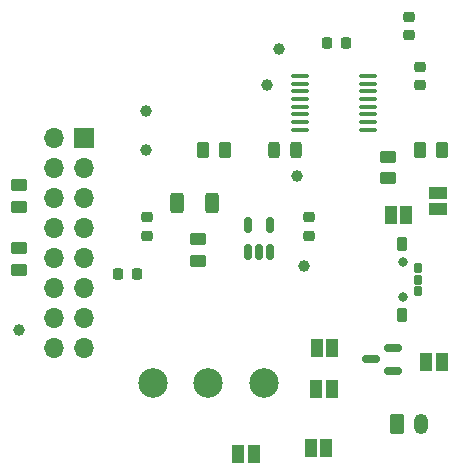
<source format=gbr>
%TF.GenerationSoftware,KiCad,Pcbnew,(6.0.4-0)*%
%TF.CreationDate,2024-03-24T20:00:40+02:00*%
%TF.ProjectId,Project_PCB_v1,50726f6a-6563-4745-9f50-43425f76312e,rev?*%
%TF.SameCoordinates,Original*%
%TF.FileFunction,Soldermask,Top*%
%TF.FilePolarity,Negative*%
%FSLAX46Y46*%
G04 Gerber Fmt 4.6, Leading zero omitted, Abs format (unit mm)*
G04 Created by KiCad (PCBNEW (6.0.4-0)) date 2024-03-24 20:00:40*
%MOMM*%
%LPD*%
G01*
G04 APERTURE LIST*
G04 Aperture macros list*
%AMRoundRect*
0 Rectangle with rounded corners*
0 $1 Rounding radius*
0 $2 $3 $4 $5 $6 $7 $8 $9 X,Y pos of 4 corners*
0 Add a 4 corners polygon primitive as box body*
4,1,4,$2,$3,$4,$5,$6,$7,$8,$9,$2,$3,0*
0 Add four circle primitives for the rounded corners*
1,1,$1+$1,$2,$3*
1,1,$1+$1,$4,$5*
1,1,$1+$1,$6,$7*
1,1,$1+$1,$8,$9*
0 Add four rect primitives between the rounded corners*
20,1,$1+$1,$2,$3,$4,$5,0*
20,1,$1+$1,$4,$5,$6,$7,0*
20,1,$1+$1,$6,$7,$8,$9,0*
20,1,$1+$1,$8,$9,$2,$3,0*%
G04 Aperture macros list end*
%ADD10C,2.500000*%
%ADD11RoundRect,0.243750X0.243750X0.456250X-0.243750X0.456250X-0.243750X-0.456250X0.243750X-0.456250X0*%
%ADD12RoundRect,0.225000X0.250000X-0.225000X0.250000X0.225000X-0.250000X0.225000X-0.250000X-0.225000X0*%
%ADD13RoundRect,0.218750X0.218750X0.256250X-0.218750X0.256250X-0.218750X-0.256250X0.218750X-0.256250X0*%
%ADD14RoundRect,0.250000X0.450000X-0.262500X0.450000X0.262500X-0.450000X0.262500X-0.450000X-0.262500X0*%
%ADD15RoundRect,0.250000X0.312500X0.625000X-0.312500X0.625000X-0.312500X-0.625000X0.312500X-0.625000X0*%
%ADD16RoundRect,0.250000X-0.262500X-0.450000X0.262500X-0.450000X0.262500X0.450000X-0.262500X0.450000X0*%
%ADD17RoundRect,0.150000X0.587500X0.150000X-0.587500X0.150000X-0.587500X-0.150000X0.587500X-0.150000X0*%
%ADD18R,1.700000X1.700000*%
%ADD19O,1.700000X1.700000*%
%ADD20R,1.000000X1.500000*%
%ADD21RoundRect,0.250000X-0.350000X-0.625000X0.350000X-0.625000X0.350000X0.625000X-0.350000X0.625000X0*%
%ADD22O,1.200000X1.750000*%
%ADD23RoundRect,0.250000X0.262500X0.450000X-0.262500X0.450000X-0.262500X-0.450000X0.262500X-0.450000X0*%
%ADD24C,1.000000*%
%ADD25R,1.500000X1.000000*%
%ADD26RoundRect,0.250000X-0.450000X0.262500X-0.450000X-0.262500X0.450000X-0.262500X0.450000X0.262500X0*%
%ADD27RoundRect,0.225000X-0.250000X0.225000X-0.250000X-0.225000X0.250000X-0.225000X0.250000X0.225000X0*%
%ADD28C,0.800000*%
%ADD29RoundRect,0.102000X-0.255000X0.300000X-0.255000X-0.300000X0.255000X-0.300000X0.255000X0.300000X0*%
%ADD30RoundRect,0.102000X-0.350000X0.450000X-0.350000X-0.450000X0.350000X-0.450000X0.350000X0.450000X0*%
%ADD31RoundRect,0.150000X0.150000X-0.512500X0.150000X0.512500X-0.150000X0.512500X-0.150000X-0.512500X0*%
%ADD32RoundRect,0.100000X-0.637500X-0.100000X0.637500X-0.100000X0.637500X0.100000X-0.637500X0.100000X0*%
%ADD33RoundRect,0.225000X-0.225000X-0.250000X0.225000X-0.250000X0.225000X0.250000X-0.225000X0.250000X0*%
G04 APERTURE END LIST*
D10*
%TO.C,U1*%
X108700025Y-95000000D03*
X104000000Y-95000000D03*
X99299975Y-95000000D03*
%TD*%
D11*
%TO.C,Fault1*%
X111437500Y-75250000D03*
X109562500Y-75250000D03*
%TD*%
D12*
%TO.C,C_Vm1*%
X120965000Y-65525000D03*
X120965000Y-63975000D03*
%TD*%
D13*
%TO.C,D_Stat1*%
X97934641Y-85750000D03*
X96359641Y-85750000D03*
%TD*%
D14*
%TO.C,R_S2*%
X119215000Y-77662500D03*
X119215000Y-75837500D03*
%TD*%
D15*
%TO.C,R_Prog1*%
X104295359Y-79750000D03*
X101370359Y-79750000D03*
%TD*%
D16*
%TO.C,R_Fault1*%
X103587500Y-75250000D03*
X105412500Y-75250000D03*
%TD*%
D17*
%TO.C,Q1*%
X119687500Y-93950000D03*
X119687500Y-92050000D03*
X117812500Y-93000000D03*
%TD*%
D18*
%TO.C,PinCon1*%
X93500000Y-74250000D03*
D19*
X90960000Y-74250000D03*
X93500000Y-76790000D03*
X90960000Y-76790000D03*
X93500000Y-79330000D03*
X90960000Y-79330000D03*
X93500000Y-81870000D03*
X90960000Y-81870000D03*
X93500000Y-84410000D03*
X90960000Y-84410000D03*
X93500000Y-86950000D03*
X90960000Y-86950000D03*
X93500000Y-89490000D03*
X90960000Y-89490000D03*
X93500000Y-92030000D03*
X90960000Y-92030000D03*
%TD*%
D20*
%TO.C,JP_SA_C1*%
X123765000Y-93250000D03*
X122465000Y-93250000D03*
%TD*%
D21*
%TO.C,J2*%
X120005000Y-98445000D03*
D22*
X122005000Y-98445000D03*
%TD*%
D23*
%TO.C,R_S1*%
X123790000Y-75250000D03*
X121965000Y-75250000D03*
%TD*%
D20*
%TO.C,JP_SA1*%
X114465000Y-95500000D03*
X113165000Y-95500000D03*
%TD*%
D24*
%TO.C,TP_En1*%
X109000000Y-69750000D03*
%TD*%
D25*
%TO.C,JP_S1*%
X123465000Y-80250000D03*
X123465000Y-78950000D03*
%TD*%
D20*
%TO.C,JP_SA_Bat1*%
X113215000Y-92000000D03*
X114515000Y-92000000D03*
%TD*%
D24*
%TO.C,TPM1A1*%
X110000000Y-66750000D03*
%TD*%
%TO.C,TPM2A1*%
X98750000Y-72000000D03*
%TD*%
D26*
%TO.C,R1*%
X88000000Y-78250000D03*
X88000000Y-80075000D03*
%TD*%
D14*
%TO.C,R_Stat1*%
X103147141Y-84662500D03*
X103147141Y-82837500D03*
%TD*%
D24*
%TO.C,TP_Charge1*%
X112147141Y-85082500D03*
%TD*%
D27*
%TO.C,C_Vcp1*%
X121965000Y-68225000D03*
X121965000Y-69775000D03*
%TD*%
D20*
%TO.C,JP_SB_Bat1*%
X114015000Y-100500000D03*
X112715000Y-100500000D03*
%TD*%
D26*
%TO.C,R2*%
X88000000Y-83587500D03*
X88000000Y-85412500D03*
%TD*%
D28*
%TO.C,SA1*%
X120500000Y-84750000D03*
X120500000Y-87750000D03*
D29*
X121780000Y-85250000D03*
X121780000Y-87250000D03*
X121780000Y-86250000D03*
D30*
X120425000Y-89250000D03*
X120425000Y-83250000D03*
%TD*%
D24*
%TO.C,TP1B1*%
X111500000Y-77500000D03*
%TD*%
D31*
%TO.C,Charge1*%
X107334641Y-83887500D03*
X108284641Y-83887500D03*
X109234641Y-83887500D03*
X109234641Y-81612500D03*
X107334641Y-81612500D03*
%TD*%
D32*
%TO.C,MD1*%
X111780000Y-69000000D03*
X111780000Y-69650000D03*
X111780000Y-70300000D03*
X111780000Y-70950000D03*
X111780000Y-71600000D03*
X111780000Y-72250000D03*
X111780000Y-72900000D03*
X111780000Y-73550000D03*
X117505000Y-73550000D03*
X117505000Y-72900000D03*
X117505000Y-72250000D03*
X117505000Y-71600000D03*
X117505000Y-70950000D03*
X117505000Y-70300000D03*
X117505000Y-69650000D03*
X117505000Y-69000000D03*
%TD*%
D12*
%TO.C,C_Batt1*%
X112500000Y-82525000D03*
X112500000Y-80975000D03*
%TD*%
D20*
%TO.C,JP_SB1*%
X107865000Y-101000000D03*
X106565000Y-101000000D03*
%TD*%
D24*
%TO.C,TP_ADC1*%
X88000000Y-90500000D03*
%TD*%
%TO.C,TP2B1*%
X98750000Y-75250000D03*
%TD*%
D33*
%TO.C,C_Vint1*%
X114092500Y-66250000D03*
X115642500Y-66250000D03*
%TD*%
D20*
%TO.C,JP_S2*%
X119465000Y-80750000D03*
X120765000Y-80750000D03*
%TD*%
D12*
%TO.C,C_Vdd1*%
X98832859Y-82525000D03*
X98832859Y-80975000D03*
%TD*%
M02*

</source>
